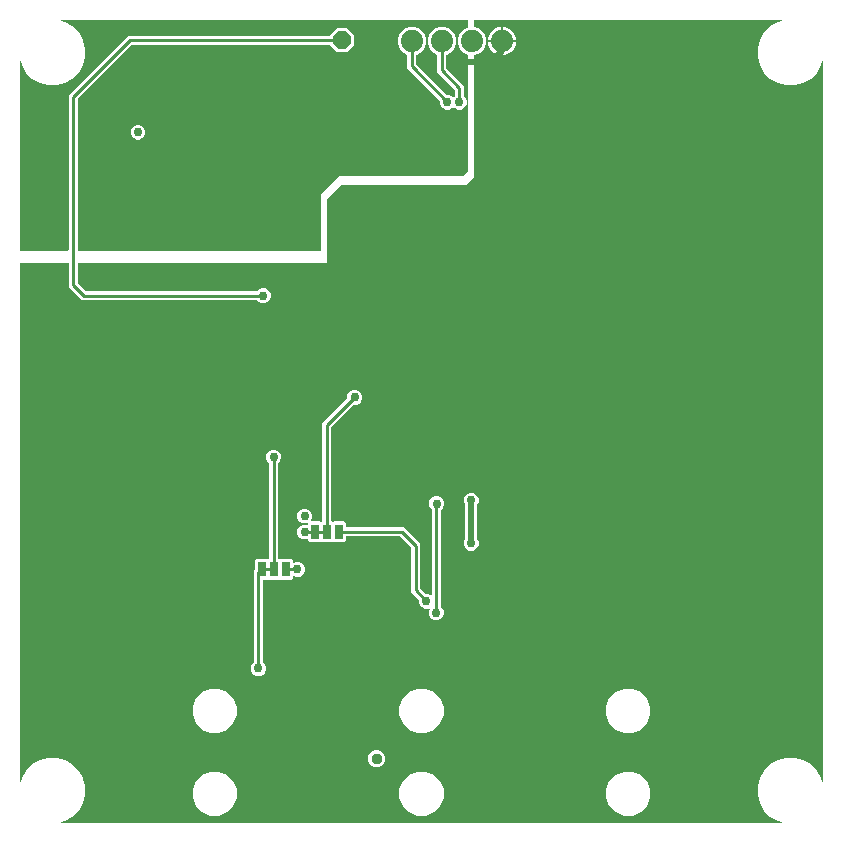
<source format=gbr>
G04 EAGLE Gerber RS-274X export*
G75*
%MOMM*%
%FSLAX34Y34*%
%LPD*%
%INBottom Copper*%
%IPPOS*%
%AMOC8*
5,1,8,0,0,1.08239X$1,22.5*%
G01*
%ADD10C,1.879600*%
%ADD11P,1.649562X8X22.500000*%
%ADD12R,0.635000X1.270000*%
%ADD13C,0.254000*%
%ADD14C,0.756400*%
%ADD15C,0.508000*%
%ADD16C,0.956400*%

G36*
X654807Y10169D02*
X654807Y10169D01*
X654845Y10168D01*
X654891Y10189D01*
X654939Y10200D01*
X654968Y10224D01*
X655003Y10240D01*
X655034Y10279D01*
X655073Y10310D01*
X655088Y10345D01*
X655112Y10374D01*
X655123Y10423D01*
X655144Y10469D01*
X655142Y10506D01*
X655151Y10543D01*
X655139Y10592D01*
X655137Y10642D01*
X655119Y10675D01*
X655110Y10712D01*
X655078Y10750D01*
X655054Y10794D01*
X655024Y10816D01*
X654999Y10845D01*
X654944Y10872D01*
X654913Y10894D01*
X654890Y10898D01*
X654869Y10908D01*
X651823Y11724D01*
X645516Y15366D01*
X640366Y20516D01*
X636724Y26823D01*
X636373Y28133D01*
X635864Y30034D01*
X634839Y33858D01*
X634839Y41142D01*
X636724Y48177D01*
X640366Y54484D01*
X645516Y59634D01*
X651823Y63276D01*
X658858Y65161D01*
X666142Y65161D01*
X673177Y63276D01*
X679484Y59634D01*
X684634Y54484D01*
X688276Y48177D01*
X689092Y45131D01*
X689110Y45098D01*
X689118Y45061D01*
X689150Y45022D01*
X689174Y44978D01*
X689204Y44956D01*
X689228Y44927D01*
X689274Y44907D01*
X689315Y44878D01*
X689352Y44872D01*
X689387Y44856D01*
X689436Y44858D01*
X689486Y44850D01*
X689522Y44861D01*
X689560Y44863D01*
X689604Y44887D01*
X689651Y44901D01*
X689679Y44928D01*
X689712Y44946D01*
X689741Y44986D01*
X689777Y45021D01*
X689790Y45056D01*
X689812Y45087D01*
X689823Y45148D01*
X689836Y45183D01*
X689835Y45207D01*
X689839Y45230D01*
X689839Y654770D01*
X689831Y654807D01*
X689832Y654845D01*
X689811Y654891D01*
X689800Y654939D01*
X689776Y654968D01*
X689760Y655003D01*
X689721Y655034D01*
X689690Y655073D01*
X689655Y655088D01*
X689626Y655112D01*
X689577Y655123D01*
X689531Y655144D01*
X689494Y655142D01*
X689457Y655151D01*
X689408Y655139D01*
X689358Y655137D01*
X689325Y655119D01*
X689288Y655110D01*
X689250Y655078D01*
X689206Y655054D01*
X689184Y655024D01*
X689155Y654999D01*
X689128Y654944D01*
X689106Y654913D01*
X689102Y654890D01*
X689092Y654869D01*
X688276Y651823D01*
X684634Y645516D01*
X679484Y640366D01*
X673177Y636724D01*
X666142Y634839D01*
X658858Y634839D01*
X651823Y636724D01*
X645516Y640366D01*
X640366Y645516D01*
X636724Y651823D01*
X635625Y655926D01*
X634839Y658858D01*
X634839Y666142D01*
X636724Y673177D01*
X640366Y679484D01*
X645516Y684634D01*
X651823Y688276D01*
X654869Y689092D01*
X654902Y689110D01*
X654939Y689118D01*
X654978Y689150D01*
X655022Y689174D01*
X655044Y689204D01*
X655073Y689228D01*
X655093Y689274D01*
X655122Y689315D01*
X655128Y689352D01*
X655144Y689387D01*
X655142Y689436D01*
X655150Y689486D01*
X655139Y689522D01*
X655137Y689560D01*
X655113Y689604D01*
X655099Y689651D01*
X655073Y689679D01*
X655054Y689712D01*
X655014Y689741D01*
X654979Y689777D01*
X654944Y689790D01*
X654913Y689812D01*
X654852Y689823D01*
X654817Y689836D01*
X654793Y689835D01*
X654770Y689839D01*
X395000Y689839D01*
X394950Y689828D01*
X394899Y689826D01*
X394867Y689808D01*
X394831Y689800D01*
X394792Y689767D01*
X394747Y689743D01*
X394726Y689713D01*
X394698Y689690D01*
X394677Y689643D01*
X394647Y689601D01*
X394639Y689559D01*
X394627Y689531D01*
X394628Y689501D01*
X394620Y689459D01*
X394620Y684319D01*
X394631Y684269D01*
X394633Y684218D01*
X394651Y684186D01*
X394659Y684150D01*
X394692Y684111D01*
X394716Y684066D01*
X394746Y684045D01*
X394769Y684017D01*
X394816Y683996D01*
X394858Y683966D01*
X394900Y683958D01*
X394928Y683946D01*
X394955Y683947D01*
X399363Y682121D01*
X402721Y678763D01*
X404539Y674375D01*
X404539Y669625D01*
X402721Y665237D01*
X399363Y661879D01*
X394946Y660049D01*
X394899Y660048D01*
X394867Y660030D01*
X394831Y660022D01*
X394792Y659989D01*
X394747Y659965D01*
X394726Y659935D01*
X394698Y659912D01*
X394677Y659865D01*
X394647Y659823D01*
X394639Y659781D01*
X394627Y659753D01*
X394628Y659723D01*
X394620Y659681D01*
X394620Y557158D01*
X387843Y550380D01*
X282500Y550380D01*
X282427Y550363D01*
X282353Y550351D01*
X282342Y550343D01*
X282331Y550341D01*
X282302Y550317D01*
X282232Y550270D01*
X269732Y537870D01*
X269691Y537805D01*
X269647Y537742D01*
X269645Y537731D01*
X269640Y537723D01*
X269637Y537687D01*
X269628Y537643D01*
X269627Y537640D01*
X269627Y537637D01*
X269620Y537600D01*
X269620Y484380D01*
X59191Y484380D01*
X59141Y484369D01*
X59090Y484367D01*
X59058Y484349D01*
X59022Y484341D01*
X58983Y484308D01*
X58938Y484284D01*
X58917Y484254D01*
X58889Y484231D01*
X58868Y484184D01*
X58838Y484142D01*
X58830Y484100D01*
X58818Y484072D01*
X58819Y484042D01*
X58811Y484000D01*
X58811Y467236D01*
X58828Y467162D01*
X58841Y467087D01*
X58848Y467077D01*
X58850Y467067D01*
X58874Y467038D01*
X58922Y466967D01*
X65467Y460422D01*
X65532Y460382D01*
X65594Y460338D01*
X65606Y460336D01*
X65614Y460331D01*
X65651Y460327D01*
X65736Y460311D01*
X210712Y460311D01*
X210786Y460328D01*
X210860Y460341D01*
X210870Y460348D01*
X210880Y460350D01*
X210909Y460374D01*
X210980Y460422D01*
X212418Y461860D01*
X214742Y462823D01*
X217258Y462823D01*
X219582Y461860D01*
X221360Y460082D01*
X222323Y457758D01*
X222323Y455242D01*
X221360Y452918D01*
X219582Y451140D01*
X217258Y450177D01*
X214742Y450177D01*
X212418Y451140D01*
X210980Y452578D01*
X210916Y452618D01*
X210854Y452662D01*
X210842Y452664D01*
X210833Y452669D01*
X210796Y452673D01*
X210712Y452689D01*
X62422Y452689D01*
X51189Y463922D01*
X51189Y484000D01*
X51178Y484050D01*
X51176Y484101D01*
X51158Y484133D01*
X51150Y484169D01*
X51117Y484208D01*
X51093Y484253D01*
X51063Y484274D01*
X51040Y484302D01*
X50993Y484323D01*
X50951Y484353D01*
X50909Y484361D01*
X50881Y484373D01*
X50851Y484372D01*
X50809Y484380D01*
X10541Y484380D01*
X10491Y484369D01*
X10440Y484367D01*
X10408Y484349D01*
X10372Y484341D01*
X10333Y484308D01*
X10288Y484284D01*
X10267Y484254D01*
X10239Y484231D01*
X10218Y484184D01*
X10188Y484142D01*
X10180Y484100D01*
X10168Y484072D01*
X10169Y484042D01*
X10161Y484000D01*
X10161Y45230D01*
X10169Y45193D01*
X10168Y45155D01*
X10189Y45109D01*
X10200Y45061D01*
X10224Y45032D01*
X10240Y44997D01*
X10279Y44966D01*
X10310Y44927D01*
X10345Y44912D01*
X10374Y44888D01*
X10423Y44877D01*
X10469Y44856D01*
X10506Y44858D01*
X10543Y44849D01*
X10592Y44861D01*
X10642Y44863D01*
X10675Y44881D01*
X10712Y44890D01*
X10750Y44922D01*
X10794Y44946D01*
X10816Y44977D01*
X10845Y45001D01*
X10872Y45056D01*
X10894Y45087D01*
X10898Y45110D01*
X10908Y45131D01*
X11724Y48177D01*
X15366Y54484D01*
X20516Y59634D01*
X26823Y63276D01*
X33858Y65161D01*
X41142Y65161D01*
X48177Y63276D01*
X54484Y59634D01*
X59634Y54484D01*
X63276Y48177D01*
X63402Y47705D01*
X65161Y41142D01*
X65161Y33858D01*
X63276Y26823D01*
X59634Y20516D01*
X54484Y15366D01*
X48177Y11724D01*
X45131Y10908D01*
X45098Y10890D01*
X45061Y10882D01*
X45022Y10850D01*
X44978Y10826D01*
X44956Y10796D01*
X44927Y10772D01*
X44907Y10726D01*
X44878Y10685D01*
X44872Y10648D01*
X44856Y10613D01*
X44858Y10564D01*
X44850Y10514D01*
X44861Y10478D01*
X44863Y10440D01*
X44887Y10396D01*
X44901Y10349D01*
X44927Y10321D01*
X44946Y10288D01*
X44986Y10259D01*
X45021Y10223D01*
X45056Y10210D01*
X45087Y10188D01*
X45148Y10177D01*
X45183Y10164D01*
X45207Y10165D01*
X45230Y10161D01*
X654770Y10161D01*
X654807Y10169D01*
G37*
G36*
X50859Y494631D02*
X50859Y494631D01*
X50910Y494633D01*
X50942Y494651D01*
X50978Y494659D01*
X51017Y494692D01*
X51062Y494716D01*
X51083Y494746D01*
X51111Y494769D01*
X51132Y494816D01*
X51162Y494858D01*
X51170Y494900D01*
X51182Y494928D01*
X51181Y494958D01*
X51189Y495000D01*
X51189Y626578D01*
X101422Y676811D01*
X272459Y676811D01*
X272509Y676822D01*
X272560Y676824D01*
X272592Y676842D01*
X272628Y676850D01*
X272667Y676883D01*
X272712Y676907D01*
X272733Y676937D01*
X272761Y676960D01*
X272782Y677007D01*
X272812Y677049D01*
X272820Y677091D01*
X272832Y677119D01*
X272831Y677149D01*
X272839Y677191D01*
X272839Y677209D01*
X278791Y683161D01*
X287209Y683161D01*
X293161Y677209D01*
X293161Y668791D01*
X287209Y662839D01*
X278791Y662839D01*
X272839Y668791D01*
X272839Y668809D01*
X272828Y668859D01*
X272826Y668910D01*
X272808Y668942D01*
X272800Y668978D01*
X272767Y669017D01*
X272743Y669062D01*
X272713Y669083D01*
X272690Y669111D01*
X272643Y669132D01*
X272601Y669162D01*
X272559Y669170D01*
X272531Y669182D01*
X272501Y669181D01*
X272459Y669189D01*
X104736Y669189D01*
X104662Y669172D01*
X104587Y669159D01*
X104577Y669152D01*
X104567Y669150D01*
X104538Y669126D01*
X104467Y669078D01*
X58922Y623533D01*
X58882Y623468D01*
X58838Y623406D01*
X58836Y623394D01*
X58831Y623386D01*
X58827Y623349D01*
X58811Y623264D01*
X58811Y495000D01*
X58822Y494950D01*
X58824Y494899D01*
X58842Y494867D01*
X58850Y494831D01*
X58883Y494792D01*
X58907Y494747D01*
X58937Y494726D01*
X58960Y494698D01*
X59007Y494677D01*
X59049Y494647D01*
X59091Y494639D01*
X59119Y494627D01*
X59149Y494628D01*
X59191Y494620D01*
X264500Y494620D01*
X264550Y494631D01*
X264601Y494633D01*
X264633Y494651D01*
X264669Y494659D01*
X264708Y494692D01*
X264753Y494716D01*
X264774Y494746D01*
X264802Y494769D01*
X264823Y494816D01*
X264853Y494858D01*
X264861Y494900D01*
X264873Y494928D01*
X264872Y494958D01*
X264880Y495000D01*
X264880Y542343D01*
X280158Y557620D01*
X385000Y557620D01*
X385074Y557637D01*
X385149Y557650D01*
X385159Y557657D01*
X385169Y557659D01*
X385198Y557683D01*
X385269Y557731D01*
X389269Y561731D01*
X389309Y561796D01*
X389353Y561858D01*
X389355Y561870D01*
X389360Y561878D01*
X389364Y561915D01*
X389380Y562000D01*
X389380Y660157D01*
X389366Y660219D01*
X389359Y660282D01*
X389346Y660303D01*
X389341Y660326D01*
X389300Y660375D01*
X389266Y660429D01*
X389244Y660443D01*
X389231Y660460D01*
X389196Y660475D01*
X389146Y660509D01*
X385837Y661879D01*
X382479Y665237D01*
X380661Y669625D01*
X380661Y674375D01*
X382479Y678763D01*
X385837Y682121D01*
X389146Y683491D01*
X389197Y683529D01*
X389253Y683559D01*
X389267Y683578D01*
X389286Y683593D01*
X389316Y683649D01*
X389353Y683701D01*
X389358Y683727D01*
X389368Y683746D01*
X389369Y683783D01*
X389380Y683843D01*
X389380Y689459D01*
X389369Y689509D01*
X389367Y689560D01*
X389349Y689592D01*
X389341Y689628D01*
X389308Y689667D01*
X389284Y689712D01*
X389254Y689733D01*
X389231Y689761D01*
X389184Y689782D01*
X389142Y689812D01*
X389100Y689820D01*
X389072Y689832D01*
X389042Y689831D01*
X389000Y689839D01*
X45230Y689839D01*
X45193Y689831D01*
X45155Y689832D01*
X45109Y689811D01*
X45061Y689800D01*
X45032Y689776D01*
X44997Y689760D01*
X44966Y689721D01*
X44927Y689690D01*
X44912Y689655D01*
X44888Y689626D01*
X44877Y689577D01*
X44856Y689531D01*
X44858Y689494D01*
X44849Y689457D01*
X44861Y689408D01*
X44863Y689358D01*
X44881Y689325D01*
X44890Y689288D01*
X44922Y689250D01*
X44946Y689206D01*
X44976Y689184D01*
X45001Y689155D01*
X45056Y689128D01*
X45087Y689106D01*
X45110Y689102D01*
X45131Y689092D01*
X48177Y688276D01*
X54484Y684634D01*
X59634Y679484D01*
X63276Y673177D01*
X64482Y668674D01*
X65161Y666142D01*
X65161Y658858D01*
X63276Y651823D01*
X59634Y645516D01*
X54484Y640366D01*
X48177Y636724D01*
X41142Y634839D01*
X33858Y634839D01*
X26823Y636724D01*
X20516Y640366D01*
X15366Y645516D01*
X11724Y651823D01*
X11638Y652144D01*
X10908Y654869D01*
X10890Y654902D01*
X10882Y654939D01*
X10850Y654978D01*
X10826Y655022D01*
X10796Y655044D01*
X10772Y655073D01*
X10726Y655093D01*
X10685Y655122D01*
X10648Y655128D01*
X10613Y655144D01*
X10564Y655142D01*
X10514Y655150D01*
X10478Y655139D01*
X10440Y655137D01*
X10396Y655113D01*
X10349Y655099D01*
X10321Y655073D01*
X10288Y655054D01*
X10259Y655014D01*
X10223Y654979D01*
X10210Y654944D01*
X10188Y654913D01*
X10177Y654852D01*
X10164Y654817D01*
X10165Y654793D01*
X10161Y654770D01*
X10161Y495000D01*
X10172Y494950D01*
X10174Y494899D01*
X10192Y494867D01*
X10200Y494831D01*
X10233Y494792D01*
X10257Y494747D01*
X10287Y494726D01*
X10310Y494698D01*
X10357Y494677D01*
X10399Y494647D01*
X10441Y494639D01*
X10469Y494627D01*
X10499Y494628D01*
X10541Y494620D01*
X50809Y494620D01*
X50859Y494631D01*
G37*
%LPC*%
G36*
X361242Y181677D02*
X361242Y181677D01*
X358918Y182640D01*
X357140Y184418D01*
X356177Y186742D01*
X356177Y189258D01*
X357140Y191582D01*
X357282Y191724D01*
X357289Y191735D01*
X357300Y191743D01*
X357335Y191808D01*
X357374Y191871D01*
X357375Y191884D01*
X357381Y191896D01*
X357383Y191970D01*
X357390Y192044D01*
X357386Y192056D01*
X357386Y192069D01*
X357355Y192136D01*
X357329Y192206D01*
X357319Y192215D01*
X357314Y192226D01*
X357256Y192273D01*
X357202Y192323D01*
X357189Y192327D01*
X357179Y192335D01*
X357107Y192352D01*
X357035Y192373D01*
X357023Y192370D01*
X357010Y192373D01*
X356868Y192344D01*
X355258Y191677D01*
X352742Y191677D01*
X350418Y192640D01*
X348640Y194418D01*
X347677Y196742D01*
X347677Y198776D01*
X347665Y198828D01*
X347664Y198865D01*
X347654Y198883D01*
X347647Y198925D01*
X347640Y198935D01*
X347638Y198945D01*
X347614Y198974D01*
X347566Y199045D01*
X341189Y205422D01*
X341189Y243264D01*
X341177Y243316D01*
X341176Y243355D01*
X341166Y243373D01*
X341159Y243413D01*
X341152Y243423D01*
X341150Y243433D01*
X341126Y243462D01*
X341078Y243533D01*
X332033Y252578D01*
X331968Y252618D01*
X331906Y252662D01*
X331894Y252664D01*
X331886Y252669D01*
X331849Y252673D01*
X331764Y252689D01*
X286256Y252689D01*
X286206Y252678D01*
X286155Y252676D01*
X286123Y252658D01*
X286087Y252650D01*
X286048Y252617D01*
X286003Y252593D01*
X285982Y252563D01*
X285954Y252540D01*
X285933Y252493D01*
X285903Y252451D01*
X285895Y252409D01*
X285883Y252381D01*
X285884Y252351D01*
X285876Y252309D01*
X285876Y249098D01*
X284387Y247609D01*
X275933Y247609D01*
X275349Y248193D01*
X275306Y248220D01*
X275268Y248255D01*
X275233Y248265D01*
X275202Y248284D01*
X275151Y248289D01*
X275102Y248304D01*
X275066Y248297D01*
X275029Y248301D01*
X274982Y248283D01*
X274931Y248274D01*
X274896Y248250D01*
X274867Y248239D01*
X274846Y248217D01*
X274811Y248193D01*
X274227Y247609D01*
X265773Y247609D01*
X265189Y248193D01*
X265146Y248220D01*
X265108Y248255D01*
X265073Y248265D01*
X265042Y248284D01*
X264991Y248289D01*
X264942Y248304D01*
X264906Y248297D01*
X264869Y248301D01*
X264822Y248283D01*
X264771Y248274D01*
X264736Y248250D01*
X264707Y248239D01*
X264686Y248217D01*
X264651Y248193D01*
X264067Y247609D01*
X255613Y247609D01*
X254124Y249098D01*
X254124Y250381D01*
X254115Y250419D01*
X254117Y250457D01*
X254096Y250502D01*
X254085Y250550D01*
X254060Y250580D01*
X254044Y250615D01*
X254006Y250646D01*
X253975Y250684D01*
X253939Y250699D01*
X253910Y250724D01*
X253862Y250734D01*
X253816Y250755D01*
X253778Y250753D01*
X253740Y250762D01*
X253681Y250749D01*
X253643Y250748D01*
X253625Y250738D01*
X253598Y250733D01*
X252258Y250177D01*
X249742Y250177D01*
X247418Y251140D01*
X245640Y252918D01*
X244677Y255242D01*
X244677Y257758D01*
X245640Y260082D01*
X247418Y261860D01*
X249742Y262823D01*
X252258Y262823D01*
X253598Y262267D01*
X253636Y262261D01*
X253672Y262245D01*
X253721Y262247D01*
X253769Y262239D01*
X253806Y262250D01*
X253845Y262252D01*
X253888Y262276D01*
X253935Y262290D01*
X253963Y262316D01*
X253997Y262335D01*
X254025Y262375D01*
X254061Y262409D01*
X254074Y262445D01*
X254097Y262476D01*
X254108Y262536D01*
X254121Y262571D01*
X254119Y262592D01*
X254124Y262619D01*
X254124Y263881D01*
X254115Y263919D01*
X254117Y263957D01*
X254096Y264002D01*
X254085Y264050D01*
X254060Y264080D01*
X254044Y264115D01*
X254006Y264146D01*
X253975Y264184D01*
X253939Y264199D01*
X253910Y264224D01*
X253862Y264234D01*
X253816Y264255D01*
X253778Y264253D01*
X253740Y264262D01*
X253681Y264249D01*
X253643Y264248D01*
X253625Y264238D01*
X253598Y264233D01*
X252258Y263677D01*
X249742Y263677D01*
X247418Y264640D01*
X245640Y266418D01*
X244677Y268742D01*
X244677Y271258D01*
X245640Y273582D01*
X247418Y275360D01*
X249742Y276323D01*
X252258Y276323D01*
X254582Y275360D01*
X256360Y273582D01*
X257323Y271258D01*
X257323Y268742D01*
X256360Y266418D01*
X255982Y266040D01*
X255968Y266018D01*
X255948Y266002D01*
X255923Y265945D01*
X255890Y265893D01*
X255888Y265867D01*
X255877Y265843D01*
X255879Y265782D01*
X255874Y265720D01*
X255883Y265696D01*
X255884Y265670D01*
X255913Y265616D01*
X255935Y265558D01*
X255954Y265541D01*
X255966Y265518D01*
X256017Y265483D01*
X256062Y265441D01*
X256087Y265433D01*
X256108Y265418D01*
X256193Y265402D01*
X256228Y265391D01*
X256238Y265393D01*
X256250Y265391D01*
X264067Y265391D01*
X264651Y264807D01*
X264694Y264780D01*
X264732Y264745D01*
X264767Y264735D01*
X264798Y264716D01*
X264849Y264711D01*
X264898Y264696D01*
X264934Y264703D01*
X264971Y264699D01*
X265018Y264717D01*
X265069Y264726D01*
X265104Y264750D01*
X265133Y264761D01*
X265154Y264783D01*
X265189Y264807D01*
X265773Y265391D01*
X265809Y265391D01*
X265859Y265402D01*
X265910Y265404D01*
X265942Y265422D01*
X265978Y265430D01*
X266017Y265463D01*
X266062Y265487D01*
X266083Y265517D01*
X266111Y265540D01*
X266132Y265587D01*
X266162Y265629D01*
X266170Y265671D01*
X266182Y265699D01*
X266181Y265729D01*
X266189Y265771D01*
X266189Y348578D01*
X287066Y369455D01*
X287106Y369520D01*
X287150Y369582D01*
X287152Y369594D01*
X287157Y369602D01*
X287161Y369639D01*
X287177Y369724D01*
X287177Y371758D01*
X288140Y374082D01*
X289918Y375860D01*
X292242Y376823D01*
X294758Y376823D01*
X297082Y375860D01*
X298860Y374082D01*
X299823Y371758D01*
X299823Y369242D01*
X298860Y366918D01*
X297082Y365140D01*
X294758Y364177D01*
X292724Y364177D01*
X292650Y364160D01*
X292575Y364147D01*
X292565Y364140D01*
X292555Y364138D01*
X292526Y364114D01*
X292455Y364066D01*
X273922Y345533D01*
X273882Y345468D01*
X273838Y345406D01*
X273836Y345394D01*
X273831Y345386D01*
X273827Y345349D01*
X273811Y345264D01*
X273811Y265771D01*
X273822Y265721D01*
X273824Y265670D01*
X273842Y265638D01*
X273850Y265602D01*
X273883Y265563D01*
X273907Y265518D01*
X273937Y265497D01*
X273960Y265469D01*
X274007Y265448D01*
X274049Y265418D01*
X274091Y265410D01*
X274119Y265398D01*
X274149Y265399D01*
X274191Y265391D01*
X274227Y265391D01*
X274811Y264807D01*
X274854Y264780D01*
X274892Y264745D01*
X274927Y264735D01*
X274958Y264716D01*
X275009Y264711D01*
X275058Y264696D01*
X275094Y264703D01*
X275131Y264699D01*
X275178Y264717D01*
X275229Y264726D01*
X275264Y264750D01*
X275293Y264761D01*
X275314Y264783D01*
X275349Y264807D01*
X275933Y265391D01*
X284387Y265391D01*
X285876Y263902D01*
X285876Y260691D01*
X285887Y260641D01*
X285889Y260590D01*
X285907Y260558D01*
X285915Y260522D01*
X285948Y260483D01*
X285972Y260438D01*
X286002Y260417D01*
X286025Y260389D01*
X286072Y260368D01*
X286114Y260338D01*
X286156Y260330D01*
X286184Y260318D01*
X286214Y260319D01*
X286256Y260311D01*
X335078Y260311D01*
X348811Y246578D01*
X348811Y208736D01*
X348828Y208662D01*
X348841Y208587D01*
X348848Y208577D01*
X348850Y208567D01*
X348874Y208538D01*
X348922Y208467D01*
X352955Y204434D01*
X353020Y204394D01*
X353082Y204350D01*
X353094Y204348D01*
X353102Y204343D01*
X353139Y204339D01*
X353224Y204323D01*
X355258Y204323D01*
X357582Y203360D01*
X358040Y202902D01*
X358062Y202888D01*
X358078Y202868D01*
X358135Y202843D01*
X358187Y202810D01*
X358213Y202808D01*
X358237Y202797D01*
X358298Y202799D01*
X358360Y202794D01*
X358384Y202803D01*
X358410Y202804D01*
X358464Y202833D01*
X358522Y202855D01*
X358539Y202874D01*
X358562Y202886D01*
X358597Y202937D01*
X358639Y202982D01*
X358647Y203007D01*
X358662Y203028D01*
X358678Y203113D01*
X358689Y203148D01*
X358687Y203158D01*
X358689Y203170D01*
X358689Y275712D01*
X358672Y275786D01*
X358659Y275860D01*
X358652Y275870D01*
X358650Y275880D01*
X358626Y275909D01*
X358578Y275980D01*
X357640Y276918D01*
X356677Y279242D01*
X356677Y281758D01*
X357640Y284082D01*
X359418Y285860D01*
X361742Y286823D01*
X364258Y286823D01*
X366582Y285860D01*
X368360Y284082D01*
X369323Y281758D01*
X369323Y279242D01*
X368360Y276918D01*
X366582Y275140D01*
X366546Y275125D01*
X366494Y275088D01*
X366438Y275058D01*
X366424Y275038D01*
X366405Y275024D01*
X366375Y274968D01*
X366338Y274916D01*
X366333Y274889D01*
X366323Y274871D01*
X366322Y274833D01*
X366311Y274774D01*
X366311Y193288D01*
X366328Y193214D01*
X366341Y193140D01*
X366348Y193130D01*
X366350Y193120D01*
X366374Y193091D01*
X366422Y193020D01*
X367860Y191582D01*
X368823Y189258D01*
X368823Y186742D01*
X367860Y184418D01*
X366082Y182640D01*
X363758Y181677D01*
X361242Y181677D01*
G37*
%LPD*%
%LPC*%
G36*
X210742Y134677D02*
X210742Y134677D01*
X208418Y135640D01*
X206640Y137418D01*
X205677Y139742D01*
X205677Y142258D01*
X206640Y144582D01*
X208078Y146020D01*
X208094Y146045D01*
X208111Y146060D01*
X208130Y146101D01*
X208162Y146146D01*
X208164Y146158D01*
X208169Y146167D01*
X208172Y146195D01*
X208182Y146218D01*
X208181Y146247D01*
X208189Y146288D01*
X208189Y221156D01*
X208176Y221212D01*
X208172Y221270D01*
X208156Y221300D01*
X208150Y221325D01*
X208127Y221352D01*
X208102Y221398D01*
X208055Y221455D01*
X208188Y222825D01*
X208185Y222842D01*
X208189Y222862D01*
X208189Y224238D01*
X208242Y224291D01*
X208272Y224340D01*
X208310Y224384D01*
X208320Y224417D01*
X208333Y224438D01*
X208337Y224473D01*
X208351Y224523D01*
X208359Y224597D01*
X208986Y225114D01*
X208990Y225120D01*
X208997Y225124D01*
X209042Y225188D01*
X209091Y225252D01*
X209092Y225259D01*
X209097Y225265D01*
X209124Y225408D01*
X209124Y232402D01*
X210613Y233891D01*
X219067Y233891D01*
X219651Y233307D01*
X219694Y233280D01*
X219732Y233245D01*
X219767Y233235D01*
X219798Y233216D01*
X219849Y233211D01*
X219898Y233196D01*
X219934Y233203D01*
X219971Y233199D01*
X220018Y233217D01*
X220069Y233226D01*
X220104Y233250D01*
X220133Y233261D01*
X220154Y233283D01*
X220189Y233307D01*
X220773Y233891D01*
X220809Y233891D01*
X220859Y233902D01*
X220910Y233904D01*
X220942Y233922D01*
X220978Y233930D01*
X221017Y233963D01*
X221062Y233987D01*
X221083Y234017D01*
X221111Y234040D01*
X221132Y234087D01*
X221162Y234129D01*
X221170Y234171D01*
X221182Y234199D01*
X221181Y234229D01*
X221189Y234271D01*
X221189Y314712D01*
X221172Y314786D01*
X221159Y314860D01*
X221152Y314870D01*
X221150Y314880D01*
X221126Y314909D01*
X221078Y314980D01*
X219640Y316418D01*
X218677Y318742D01*
X218677Y321258D01*
X219640Y323582D01*
X221418Y325360D01*
X223742Y326323D01*
X226258Y326323D01*
X228582Y325360D01*
X230360Y323582D01*
X231323Y321258D01*
X231323Y318742D01*
X230360Y316418D01*
X228922Y314980D01*
X228882Y314916D01*
X228838Y314854D01*
X228836Y314842D01*
X228831Y314833D01*
X228827Y314796D01*
X228811Y314712D01*
X228811Y234271D01*
X228822Y234221D01*
X228824Y234170D01*
X228842Y234138D01*
X228850Y234102D01*
X228883Y234063D01*
X228907Y234018D01*
X228937Y233997D01*
X228960Y233969D01*
X229007Y233948D01*
X229049Y233918D01*
X229091Y233910D01*
X229119Y233898D01*
X229149Y233899D01*
X229191Y233891D01*
X229227Y233891D01*
X229811Y233307D01*
X229854Y233280D01*
X229892Y233245D01*
X229927Y233235D01*
X229958Y233216D01*
X230009Y233211D01*
X230058Y233196D01*
X230094Y233203D01*
X230131Y233199D01*
X230178Y233217D01*
X230229Y233226D01*
X230264Y233250D01*
X230293Y233261D01*
X230314Y233283D01*
X230349Y233307D01*
X230933Y233891D01*
X239387Y233891D01*
X240876Y232402D01*
X240876Y230704D01*
X240885Y230667D01*
X240883Y230629D01*
X240889Y230617D01*
X240889Y230605D01*
X240906Y230574D01*
X240915Y230536D01*
X240940Y230506D01*
X240956Y230471D01*
X240967Y230462D01*
X240972Y230453D01*
X240999Y230434D01*
X241025Y230402D01*
X241061Y230386D01*
X241090Y230362D01*
X241106Y230359D01*
X241114Y230353D01*
X241150Y230346D01*
X241184Y230331D01*
X241220Y230333D01*
X241240Y230329D01*
X241260Y230324D01*
X241319Y230336D01*
X241357Y230338D01*
X241375Y230348D01*
X241402Y230353D01*
X243742Y231323D01*
X246258Y231323D01*
X248582Y230360D01*
X250360Y228582D01*
X251323Y226258D01*
X251323Y223742D01*
X250360Y221418D01*
X248582Y219640D01*
X246258Y218677D01*
X243742Y218677D01*
X241402Y219647D01*
X241364Y219653D01*
X241328Y219669D01*
X241279Y219667D01*
X241231Y219675D01*
X241194Y219664D01*
X241155Y219662D01*
X241112Y219639D01*
X241065Y219624D01*
X241037Y219598D01*
X241003Y219580D01*
X240975Y219539D01*
X240939Y219505D01*
X240926Y219469D01*
X240903Y219438D01*
X240892Y219378D01*
X240879Y219343D01*
X240881Y219322D01*
X240876Y219296D01*
X240876Y217598D01*
X239387Y216109D01*
X230933Y216109D01*
X230349Y216693D01*
X230306Y216720D01*
X230268Y216755D01*
X230233Y216765D01*
X230202Y216784D01*
X230151Y216789D01*
X230102Y216804D01*
X230066Y216797D01*
X230029Y216801D01*
X229982Y216783D01*
X229931Y216774D01*
X229896Y216750D01*
X229867Y216739D01*
X229846Y216717D01*
X229811Y216693D01*
X229227Y216109D01*
X220773Y216109D01*
X220189Y216693D01*
X220146Y216720D01*
X220108Y216755D01*
X220073Y216765D01*
X220042Y216784D01*
X219991Y216789D01*
X219942Y216804D01*
X219906Y216797D01*
X219869Y216801D01*
X219822Y216783D01*
X219771Y216774D01*
X219736Y216750D01*
X219707Y216739D01*
X219686Y216717D01*
X219651Y216693D01*
X219067Y216109D01*
X216191Y216109D01*
X216141Y216098D01*
X216090Y216096D01*
X216058Y216078D01*
X216022Y216070D01*
X215983Y216037D01*
X215938Y216013D01*
X215917Y215983D01*
X215889Y215960D01*
X215868Y215913D01*
X215838Y215871D01*
X215830Y215829D01*
X215818Y215801D01*
X215819Y215771D01*
X215811Y215729D01*
X215811Y146288D01*
X215822Y146238D01*
X215824Y146190D01*
X215836Y146168D01*
X215841Y146140D01*
X215848Y146130D01*
X215850Y146120D01*
X215874Y146091D01*
X215894Y146061D01*
X215907Y146037D01*
X215913Y146033D01*
X215922Y146020D01*
X217360Y144582D01*
X218323Y142258D01*
X218323Y139742D01*
X217360Y137418D01*
X215582Y135640D01*
X213258Y134677D01*
X210742Y134677D01*
G37*
%LPD*%
%LPC*%
G36*
X370742Y614177D02*
X370742Y614177D01*
X368418Y615140D01*
X366640Y616918D01*
X365677Y619242D01*
X365677Y621276D01*
X365664Y621332D01*
X365664Y621344D01*
X365660Y621351D01*
X365647Y621425D01*
X365640Y621435D01*
X365638Y621445D01*
X365614Y621474D01*
X365566Y621545D01*
X340333Y646778D01*
X337989Y649122D01*
X337989Y660402D01*
X337975Y660464D01*
X337968Y660527D01*
X337955Y660547D01*
X337950Y660571D01*
X337909Y660620D01*
X337875Y660673D01*
X337853Y660688D01*
X337840Y660704D01*
X337805Y660720D01*
X337755Y660753D01*
X335037Y661879D01*
X331679Y665237D01*
X329861Y669625D01*
X329861Y674375D01*
X331679Y678763D01*
X335037Y682121D01*
X339425Y683939D01*
X344175Y683939D01*
X348563Y682121D01*
X351921Y678763D01*
X353739Y674375D01*
X353739Y669625D01*
X351921Y665237D01*
X348563Y661879D01*
X345845Y660753D01*
X345841Y660750D01*
X345839Y660750D01*
X345828Y660740D01*
X345794Y660716D01*
X345738Y660686D01*
X345724Y660666D01*
X345705Y660652D01*
X345675Y660596D01*
X345638Y660544D01*
X345633Y660518D01*
X345623Y660499D01*
X345622Y660462D01*
X345611Y660402D01*
X345611Y652436D01*
X345628Y652362D01*
X345641Y652287D01*
X345648Y652277D01*
X345650Y652267D01*
X345674Y652238D01*
X345719Y652172D01*
X345720Y652171D01*
X345720Y652170D01*
X345722Y652167D01*
X370955Y626934D01*
X371020Y626894D01*
X371082Y626850D01*
X371094Y626848D01*
X371102Y626843D01*
X371139Y626839D01*
X371224Y626823D01*
X373258Y626823D01*
X375582Y625860D01*
X376731Y624711D01*
X376774Y624684D01*
X376812Y624649D01*
X376847Y624639D01*
X376878Y624619D01*
X376929Y624614D01*
X376978Y624600D01*
X377014Y624606D01*
X377051Y624603D01*
X377098Y624621D01*
X377149Y624630D01*
X377184Y624653D01*
X377213Y624664D01*
X377234Y624687D01*
X377269Y624711D01*
X378078Y625520D01*
X378118Y625584D01*
X378162Y625646D01*
X378164Y625658D01*
X378169Y625667D01*
X378173Y625704D01*
X378176Y625719D01*
X378182Y625734D01*
X378182Y625749D01*
X378189Y625788D01*
X378189Y630764D01*
X378177Y630817D01*
X378176Y630850D01*
X378167Y630866D01*
X378159Y630913D01*
X378152Y630923D01*
X378150Y630933D01*
X378126Y630962D01*
X378078Y631033D01*
X363389Y645722D01*
X363389Y660402D01*
X363375Y660464D01*
X363368Y660527D01*
X363355Y660547D01*
X363350Y660571D01*
X363309Y660620D01*
X363275Y660673D01*
X363253Y660688D01*
X363240Y660704D01*
X363205Y660720D01*
X363155Y660753D01*
X360437Y661879D01*
X357079Y665237D01*
X355261Y669625D01*
X355261Y674375D01*
X357079Y678763D01*
X360437Y682121D01*
X364825Y683939D01*
X369575Y683939D01*
X373963Y682121D01*
X377321Y678763D01*
X379139Y674375D01*
X379139Y669625D01*
X377321Y665237D01*
X373963Y661879D01*
X371245Y660753D01*
X371241Y660750D01*
X371239Y660750D01*
X371228Y660740D01*
X371194Y660716D01*
X371138Y660686D01*
X371124Y660666D01*
X371105Y660652D01*
X371075Y660596D01*
X371038Y660544D01*
X371033Y660518D01*
X371023Y660499D01*
X371022Y660462D01*
X371011Y660402D01*
X371011Y649036D01*
X371028Y648962D01*
X371041Y648887D01*
X371048Y648877D01*
X371050Y648867D01*
X371074Y648838D01*
X371122Y648767D01*
X385811Y634078D01*
X385811Y625788D01*
X385823Y625735D01*
X385824Y625705D01*
X385832Y625691D01*
X385841Y625640D01*
X385848Y625630D01*
X385850Y625620D01*
X385874Y625591D01*
X385922Y625520D01*
X387360Y624082D01*
X388323Y621758D01*
X388323Y619242D01*
X387360Y616918D01*
X385582Y615140D01*
X383258Y614177D01*
X380742Y614177D01*
X378418Y615140D01*
X377269Y616289D01*
X377226Y616316D01*
X377188Y616351D01*
X377153Y616361D01*
X377122Y616381D01*
X377071Y616386D01*
X377022Y616400D01*
X376986Y616394D01*
X376949Y616397D01*
X376902Y616379D01*
X376851Y616370D01*
X376816Y616347D01*
X376787Y616336D01*
X376766Y616313D01*
X376731Y616289D01*
X375582Y615140D01*
X373258Y614177D01*
X370742Y614177D01*
G37*
%LPD*%
%LPC*%
G36*
X521288Y86339D02*
X521288Y86339D01*
X514430Y89180D01*
X509180Y94430D01*
X506339Y101288D01*
X506339Y108712D01*
X509180Y115570D01*
X514430Y120820D01*
X521288Y123661D01*
X528712Y123661D01*
X535570Y120820D01*
X540820Y115570D01*
X543661Y108712D01*
X543661Y101288D01*
X540820Y94430D01*
X535570Y89180D01*
X528712Y86339D01*
X521288Y86339D01*
G37*
%LPD*%
%LPC*%
G36*
X346288Y86339D02*
X346288Y86339D01*
X339430Y89180D01*
X334180Y94430D01*
X331339Y101288D01*
X331339Y108712D01*
X334180Y115570D01*
X339430Y120820D01*
X346288Y123661D01*
X353712Y123661D01*
X360570Y120820D01*
X365820Y115570D01*
X368661Y108712D01*
X368661Y101288D01*
X365820Y94430D01*
X360570Y89180D01*
X353712Y86339D01*
X346288Y86339D01*
G37*
%LPD*%
%LPC*%
G36*
X171288Y86339D02*
X171288Y86339D01*
X164430Y89180D01*
X159180Y94430D01*
X156339Y101288D01*
X156339Y108712D01*
X159180Y115570D01*
X164430Y120820D01*
X171288Y123661D01*
X178712Y123661D01*
X185570Y120820D01*
X190820Y115570D01*
X193661Y108712D01*
X193661Y101288D01*
X190820Y94430D01*
X185570Y89180D01*
X178712Y86339D01*
X171288Y86339D01*
G37*
%LPD*%
%LPC*%
G36*
X171288Y16339D02*
X171288Y16339D01*
X164430Y19180D01*
X159180Y24430D01*
X156339Y31288D01*
X156339Y38712D01*
X159180Y45570D01*
X164430Y50820D01*
X171288Y53661D01*
X178712Y53661D01*
X185570Y50820D01*
X190820Y45570D01*
X193661Y38712D01*
X193661Y31288D01*
X190820Y24430D01*
X185570Y19180D01*
X178712Y16339D01*
X171288Y16339D01*
G37*
%LPD*%
%LPC*%
G36*
X521288Y16339D02*
X521288Y16339D01*
X514430Y19180D01*
X509180Y24430D01*
X506339Y31288D01*
X506339Y38712D01*
X509180Y45570D01*
X514430Y50820D01*
X521288Y53661D01*
X528712Y53661D01*
X535570Y50820D01*
X540820Y45570D01*
X543661Y38712D01*
X543661Y31288D01*
X540820Y24430D01*
X535570Y19180D01*
X528712Y16339D01*
X521288Y16339D01*
G37*
%LPD*%
%LPC*%
G36*
X346288Y16339D02*
X346288Y16339D01*
X339430Y19180D01*
X334180Y24430D01*
X331339Y31288D01*
X331339Y38712D01*
X334180Y45570D01*
X339430Y50820D01*
X346288Y53661D01*
X353712Y53661D01*
X360570Y50820D01*
X365820Y45570D01*
X368661Y38712D01*
X368661Y31288D01*
X365820Y24430D01*
X360570Y19180D01*
X353712Y16339D01*
X346288Y16339D01*
G37*
%LPD*%
%LPC*%
G36*
X390742Y240677D02*
X390742Y240677D01*
X388418Y241640D01*
X386640Y243418D01*
X385677Y245742D01*
X385677Y248258D01*
X386640Y250582D01*
X386808Y250750D01*
X386848Y250814D01*
X386892Y250876D01*
X386894Y250888D01*
X386899Y250897D01*
X386903Y250934D01*
X386919Y251018D01*
X386919Y279482D01*
X386902Y279556D01*
X386889Y279630D01*
X386882Y279640D01*
X386880Y279650D01*
X386856Y279679D01*
X386808Y279750D01*
X386640Y279918D01*
X385677Y282242D01*
X385677Y284758D01*
X386640Y287082D01*
X388418Y288860D01*
X390742Y289823D01*
X393258Y289823D01*
X395582Y288860D01*
X397360Y287082D01*
X398323Y284758D01*
X398323Y282242D01*
X397360Y279918D01*
X397192Y279750D01*
X397152Y279686D01*
X397108Y279624D01*
X397106Y279612D01*
X397101Y279603D01*
X397097Y279566D01*
X397081Y279482D01*
X397081Y251018D01*
X397098Y250944D01*
X397111Y250870D01*
X397118Y250860D01*
X397120Y250850D01*
X397144Y250821D01*
X397192Y250750D01*
X397360Y250582D01*
X398323Y248258D01*
X398323Y245742D01*
X397360Y243418D01*
X395582Y241640D01*
X393258Y240677D01*
X390742Y240677D01*
G37*
%LPD*%
%LPC*%
G36*
X310543Y57177D02*
X310543Y57177D01*
X307852Y58292D01*
X305792Y60352D01*
X304677Y63043D01*
X304677Y65957D01*
X305792Y68648D01*
X307852Y70708D01*
X310543Y71823D01*
X313457Y71823D01*
X316148Y70708D01*
X318208Y68648D01*
X319323Y65957D01*
X319323Y63043D01*
X318208Y60352D01*
X316148Y58292D01*
X313457Y57177D01*
X310543Y57177D01*
G37*
%LPD*%
%LPC*%
G36*
X108742Y588677D02*
X108742Y588677D01*
X106418Y589640D01*
X104640Y591418D01*
X103677Y593742D01*
X103677Y596258D01*
X104640Y598582D01*
X106418Y600360D01*
X108742Y601323D01*
X111258Y601323D01*
X113582Y600360D01*
X115360Y598582D01*
X116323Y596258D01*
X116323Y593742D01*
X115360Y591418D01*
X113582Y589640D01*
X111258Y588677D01*
X108742Y588677D01*
G37*
%LPD*%
%LPC*%
G36*
X418761Y672761D02*
X418761Y672761D01*
X418761Y683939D01*
X418940Y683939D01*
X420796Y683645D01*
X422583Y683064D01*
X424257Y682211D01*
X425778Y681106D01*
X427106Y679778D01*
X428211Y678257D01*
X429064Y676583D01*
X429645Y674796D01*
X429939Y672940D01*
X429939Y672761D01*
X418761Y672761D01*
G37*
%LPD*%
%LPC*%
G36*
X406061Y672761D02*
X406061Y672761D01*
X406061Y672940D01*
X406355Y674796D01*
X406936Y676583D01*
X407789Y678257D01*
X408894Y679778D01*
X410222Y681106D01*
X411743Y682211D01*
X413417Y683064D01*
X415204Y683645D01*
X417060Y683939D01*
X417239Y683939D01*
X417239Y672761D01*
X406061Y672761D01*
G37*
%LPD*%
%LPC*%
G36*
X418761Y660061D02*
X418761Y660061D01*
X418761Y671239D01*
X429939Y671239D01*
X429939Y671060D01*
X429645Y669204D01*
X429064Y667417D01*
X428211Y665743D01*
X427106Y664222D01*
X425778Y662894D01*
X424257Y661789D01*
X422583Y660936D01*
X420796Y660355D01*
X418940Y660061D01*
X418761Y660061D01*
G37*
%LPD*%
%LPC*%
G36*
X417060Y660061D02*
X417060Y660061D01*
X415204Y660355D01*
X413417Y660936D01*
X411743Y661789D01*
X410222Y662894D01*
X408894Y664222D01*
X407789Y665743D01*
X406936Y667417D01*
X406355Y669204D01*
X406061Y671060D01*
X406061Y671239D01*
X417239Y671239D01*
X417239Y660061D01*
X417060Y660061D01*
G37*
%LPD*%
%LPC*%
G36*
X417999Y671999D02*
X417999Y671999D01*
X417999Y672001D01*
X418001Y672001D01*
X418001Y671999D01*
X417999Y671999D01*
G37*
%LPD*%
D10*
X418000Y672000D03*
X392600Y672000D03*
X367200Y672000D03*
X341800Y672000D03*
D11*
X283000Y673000D03*
D12*
X235160Y225000D03*
X225000Y225000D03*
X214840Y225000D03*
D13*
X225000Y225000D01*
D12*
X280160Y256500D03*
X270000Y256500D03*
X259840Y256500D03*
D13*
X270000Y256500D01*
D14*
X62500Y132500D03*
X417000Y24000D03*
X592000Y24000D03*
D15*
X418000Y23000D02*
X417000Y24000D01*
D14*
X67000Y301000D03*
X240000Y25000D03*
X230000Y400000D03*
X215000Y475000D03*
X180000Y475000D03*
X180000Y370000D03*
X205000Y360000D03*
X230000Y360000D03*
X260000Y365000D03*
X349500Y424500D03*
X350000Y370000D03*
X350000Y335000D03*
X350000Y296000D03*
X332500Y279500D03*
X295000Y230000D03*
X350000Y155000D03*
X175000Y70000D03*
X350000Y65000D03*
X525000Y65000D03*
X275000Y200000D03*
X275000Y80000D03*
X275000Y155000D03*
X410000Y155000D03*
X443500Y222000D03*
X120000Y155000D03*
X120000Y80000D03*
X120000Y205000D03*
X160000Y290000D03*
X262500Y272500D03*
X260000Y300000D03*
X100000Y567500D03*
X325000Y510000D03*
X67500Y474500D03*
X42500Y474500D03*
X112500Y424500D03*
X67500Y424500D03*
X113500Y477500D03*
X420500Y607000D03*
X407000Y422500D03*
X418500Y648500D03*
X525000Y195000D03*
X405500Y335000D03*
D15*
X408500Y654500D02*
X380000Y654500D01*
X418000Y664000D02*
X418000Y672000D01*
X418000Y664000D02*
X408500Y654500D01*
D14*
X42500Y504500D03*
X42500Y624500D03*
X67500Y624500D03*
X67500Y504500D03*
X87500Y679500D03*
X262500Y664500D03*
X262500Y684500D03*
X353000Y655000D03*
X380000Y655500D03*
X342500Y579500D03*
X257500Y549500D03*
X140000Y617500D03*
X110000Y595000D03*
X392000Y247000D03*
X392000Y283500D03*
D15*
X392000Y247000D01*
D16*
X312000Y64500D03*
D14*
X212000Y141000D03*
D13*
X212000Y222660D02*
X214840Y225000D01*
X212000Y222660D02*
X212000Y141000D01*
D14*
X372000Y620500D03*
D13*
X341800Y650700D01*
X341800Y672000D01*
D14*
X382000Y620500D03*
D13*
X382000Y632500D01*
X367200Y647300D01*
X367200Y672000D01*
X283000Y673000D02*
X103000Y673000D01*
X55000Y625000D01*
X55000Y465500D01*
X64000Y456500D01*
D14*
X216000Y456500D03*
D13*
X64000Y456500D01*
D14*
X225000Y320000D03*
D13*
X225000Y225000D01*
D14*
X251000Y270000D03*
X362500Y188000D03*
D13*
X362500Y280000D02*
X363000Y280500D01*
X362500Y280000D02*
X362500Y188000D01*
D14*
X363000Y280500D03*
D13*
X245000Y225000D02*
X235160Y225000D01*
D14*
X245000Y225000D03*
D13*
X345000Y207000D02*
X345000Y245000D01*
X345000Y207000D02*
X354000Y198000D01*
D14*
X354000Y198000D03*
D13*
X333500Y256500D02*
X280160Y256500D01*
X333500Y256500D02*
X345000Y245000D01*
D14*
X251000Y256500D03*
D13*
X259840Y256500D01*
D14*
X293500Y370500D03*
D13*
X270000Y347000D02*
X270000Y256500D01*
X270000Y347000D02*
X293500Y370500D01*
M02*

</source>
